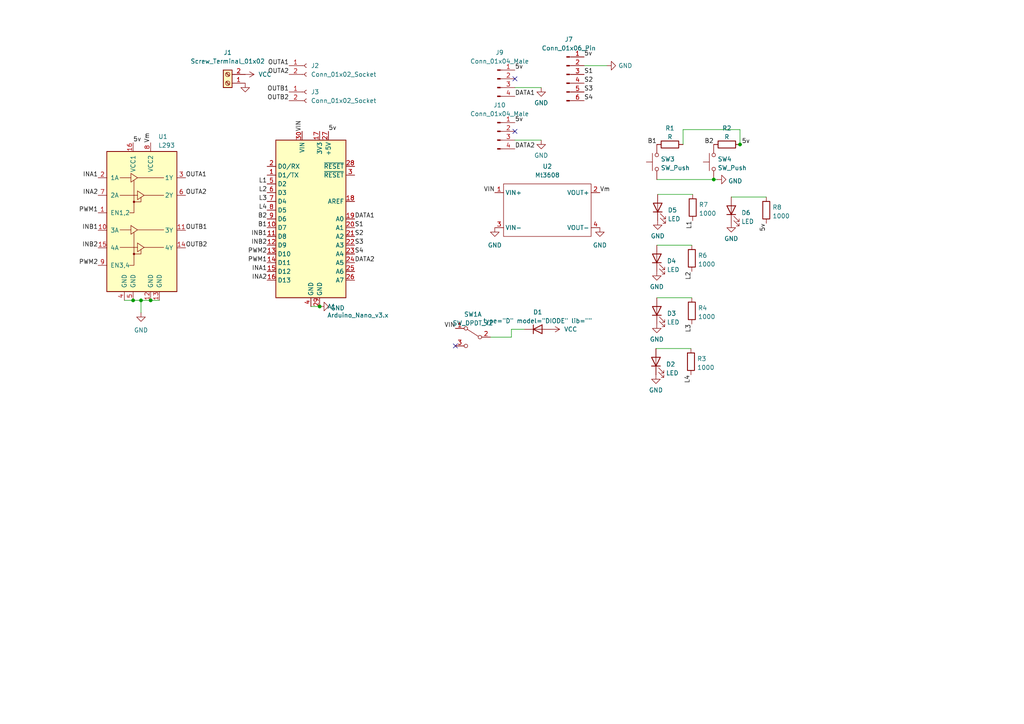
<source format=kicad_sch>
(kicad_sch (version 20230121) (generator eeschema)
  (paper "A4")
  (lib_symbols
    (symbol "Connector:Conn_01x02_Socket" (pin_names (offset 1.016) hide)
      (property "Reference" "J" (at 0 2.54 0))
      (property "Value" "Conn_01x02_Socket" (at 0 -5.08 0))
      (symbol "Conn_01x02_Socket_1_1"
        (arc (start 0 -2.032) (mid -0.5058 -2.54) (end 0 -3.048) (stroke (width 0.1524)))
        (polyline (pts (xy -1.27 -2.54) (xy -0.508 -2.54)) (stroke (width 0.1524)))
        (polyline (pts (xy -1.27 0) (xy -0.508 0)) (stroke (width 0.1524)))
        (arc (start 0 0.508) (mid -0.5058 0) (end 0 -0.508) (stroke (width 0.1524)))
        (pin passive line (at -5.08 0 0) (length 3.81) (name "Pin_1") (number "1"))
        (pin passive line (at -5.08 -2.54 0) (length 3.81) (name "Pin_2") (number "2"))
      )
    )
    (symbol "Connector:Conn_01x04_Male" (pin_names (offset 1.016) hide)
      (property "Reference" "J" (at 0 5.08 0))
      (property "Value" "Conn_01x04_Male" (at 0 -7.62 0))
      (symbol "Conn_01x04_Male_1_1"
        (polyline (pts (xy 1.27 -5.08) (xy 0.8636 -5.08)) (stroke (width 0.1524)))
        (polyline (pts (xy 1.27 -2.54) (xy 0.8636 -2.54)) (stroke (width 0.1524)))
        (polyline (pts (xy 1.27 0) (xy 0.8636 0)) (stroke (width 0.1524)))
        (polyline (pts (xy 1.27 2.54) (xy 0.8636 2.54)) (stroke (width 0.1524)))
        (rectangle (start 0.8636 -4.953) (end 0 -5.207) (stroke (width 0.1524)) (fill (type outline)))
        (rectangle (start 0.8636 -2.413) (end 0 -2.667) (stroke (width 0.1524)) (fill (type outline)))
        (rectangle (start 0.8636 0.127) (end 0 -0.127) (stroke (width 0.1524)) (fill (type outline)))
        (rectangle (start 0.8636 2.667) (end 0 2.413) (stroke (width 0.1524)) (fill (type outline)))
        (pin passive line (at 5.08 2.54 180) (length 3.81) (name "Pin_1") (number "1"))
        (pin passive line (at 5.08 0 180) (length 3.81) (name "Pin_2") (number "2"))
        (pin passive line (at 5.08 -2.54 180) (length 3.81) (name "Pin_3") (number "3"))
        (pin passive line (at 5.08 -5.08 180) (length 3.81) (name "Pin_4") (number "4"))
      )
    )
    (symbol "Connector:Conn_01x06_Pin" (pin_names (offset 1.016) hide)
      (property "Reference" "J" (at 0 7.62 0))
      (property "Value" "Conn_01x06_Pin" (at 0 -10.16 0))
      (symbol "Conn_01x06_Pin_1_1"
        (polyline (pts (xy 1.27 -7.62) (xy 0.8636 -7.62)) (stroke (width 0.1524)))
        (polyline (pts (xy 1.27 -5.08) (xy 0.8636 -5.08)) (stroke (width 0.1524)))
        (polyline (pts (xy 1.27 -2.54) (xy 0.8636 -2.54)) (stroke (width 0.1524)))
        (polyline (pts (xy 1.27 0) (xy 0.8636 0)) (stroke (width 0.1524)))
        (polyline (pts (xy 1.27 2.54) (xy 0.8636 2.54)) (stroke (width 0.1524)))
        (polyline (pts (xy 1.27 5.08) (xy 0.8636 5.08)) (stroke (width 0.1524)))
        (rectangle (start 0.8636 -7.493) (end 0 -7.747) (stroke (width 0.1524)) (fill (type outline)))
        (rectangle (start 0.8636 -4.953) (end 0 -5.207) (stroke (width 0.1524)) (fill (type outline)))
        (rectangle (start 0.8636 -2.413) (end 0 -2.667) (stroke (width 0.1524)) (fill (type outline)))
        (rectangle (start 0.8636 0.127) (end 0 -0.127) (stroke (width 0.1524)) (fill (type outline)))
        (rectangle (start 0.8636 2.667) (end 0 2.413) (stroke (width 0.1524)) (fill (type outline)))
        (rectangle (start 0.8636 5.207) (end 0 4.953) (stroke (width 0.1524)) (fill (type outline)))
        (pin passive line (at 5.08 5.08 180) (length 3.81) (name "Pin_1") (number "1"))
        (pin passive line (at 5.08 2.54 180) (length 3.81) (name "Pin_2") (number "2"))
        (pin passive line (at 5.08 0 180) (length 3.81) (name "Pin_3") (number "3"))
        (pin passive line (at 5.08 -2.54 180) (length 3.81) (name "Pin_4") (number "4"))
        (pin passive line (at 5.08 -5.08 180) (length 3.81) (name "Pin_5") (number "5"))
        (pin passive line (at 5.08 -7.62 180) (length 3.81) (name "Pin_6") (number "6"))
      )
    )
    (symbol "Connector:Screw_Terminal_01x02" (pin_names (offset 1.016) hide)
      (property "Reference" "J" (at 0 2.54 0))
      (property "Value" "Screw_Terminal_01x02" (at 0 -5.08 0))
      (symbol "Screw_Terminal_01x02_1_1"
        (rectangle (start -1.27 1.27) (end 1.27 -3.81) (stroke (width 0.254)) (fill (type background)))
        (circle (center 0 -2.54) (radius 0.635) (stroke (width 0.1524)))
        (polyline (pts (xy -0.5334 -2.2098) (xy 0.3302 -3.048)) (stroke (width 0.1524)))
        (polyline (pts (xy -0.5334 0.3302) (xy 0.3302 -0.508)) (stroke (width 0.1524)))
        (polyline (pts (xy -0.3556 -2.032) (xy 0.508 -2.8702)) (stroke (width 0.1524)))
        (polyline (pts (xy -0.3556 0.508) (xy 0.508 -0.3302)) (stroke (width 0.1524)))
        (circle (center 0 0) (radius 0.635) (stroke (width 0.1524)))
        (pin passive line (at -5.08 0 0) (length 3.81) (name "Pin_1") (number "1"))
        (pin passive line (at -5.08 -2.54 0) (length 3.81) (name "Pin_2") (number "2"))
      )
    )
    (symbol "Device:LED" (pin_numbers hide) (pin_names (offset 1.016) hide)
      (property "Reference" "D" (at 0 2.54 0))
      (property "Value" "LED" (at 0 -2.54 0))
      (symbol "LED_0_1"
        (polyline (pts (xy -1.27 -1.27) (xy -1.27 1.27)) (stroke (width 0.254)))
        (polyline (pts (xy -1.27 0) (xy 1.27 0)))
        (polyline (pts (xy 1.27 -1.27) (xy 1.27 1.27) (xy -1.27 0) (xy 1.27 -1.27)) (stroke (width 0.254)))
        (polyline (pts (xy -3.048 -0.762) (xy -4.572 -2.286) (xy -3.81 -2.286) (xy -4.572 -2.286) (xy -4.572 -1.524)))
        (polyline (pts (xy -1.778 -0.762) (xy -3.302 -2.286) (xy -2.54 -2.286) (xy -3.302 -2.286) (xy -3.302 -1.524)))
      )
      (symbol "LED_1_1"
        (pin passive line (at -3.81 0 0) (length 2.54) (name "K") (number "1"))
        (pin passive line (at 3.81 0 180) (length 2.54) (name "A") (number "2"))
      )
    )
    (symbol "Device:R" (pin_numbers hide) (pin_names (offset 0))
      (property "Reference" "R" (at 2.032 0 90))
      (property "Value" "R" (at 0 0 90))
      (symbol "R_0_1"
        (rectangle (start -1.016 -2.54) (end 1.016 2.54) (stroke (width 0.254)))
      )
      (symbol "R_1_1"
        (pin passive line (at 0 3.81 270) (length 1.27) (name "~") (number "1"))
        (pin passive line (at 0 -3.81 90) (length 1.27) (name "~") (number "2"))
      )
    )
    (symbol "Driver_Motor:L293" (pin_names (offset 1.016))
      (property "Reference" "U" (at -5.08 26.035 0))
      (property "Value" "L293" (at -5.08 24.13 0))
      (symbol "L293_0_1"
        (rectangle (start -10.16 22.86) (end 10.16 -17.78) (stroke (width 0.254)) (fill (type background)))
        (circle (center -2.286 -6.858) (radius 0.254) (fill (type outline)))
        (circle (center -2.286 8.255) (radius 0.254) (fill (type outline)))
        (polyline (pts (xy -6.35 -4.953) (xy -1.27 -4.953)))
        (polyline (pts (xy -6.35 0.127) (xy -3.175 0.127)))
        (polyline (pts (xy -6.35 10.16) (xy -1.27 10.16)))
        (polyline (pts (xy -6.35 15.24) (xy -3.175 15.24)))
        (polyline (pts (xy -1.27 0.127) (xy 6.35 0.127)))
        (polyline (pts (xy -1.27 15.24) (xy 6.35 15.24)))
        (polyline (pts (xy 0.635 -4.953) (xy 6.35 -4.953)))
        (polyline (pts (xy 0.635 10.16) (xy 6.35 10.16)))
        (polyline (pts (xy -2.286 -6.858) (xy -0.254 -6.858) (xy -0.254 -5.588)))
        (polyline (pts (xy -2.286 -0.635) (xy -2.286 -10.16) (xy -3.556 -10.16)))
        (polyline (pts (xy -2.286 8.255) (xy -0.254 8.255) (xy -0.254 9.525)))
        (polyline (pts (xy -2.286 14.478) (xy -2.286 5.08) (xy -3.556 5.08)))
        (polyline (pts (xy -3.175 1.397) (xy -3.175 -1.143) (xy -1.27 0.127) (xy -3.175 1.397)))
        (polyline (pts (xy -3.175 16.51) (xy -3.175 13.97) (xy -1.27 15.24) (xy -3.175 16.51)))
        (polyline (pts (xy -1.27 -3.683) (xy -1.27 -6.223) (xy 0.635 -4.953) (xy -1.27 -3.683)))
        (polyline (pts (xy -1.27 11.43) (xy -1.27 8.89) (xy 0.635 10.16) (xy -1.27 11.43)))
      )
      (symbol "L293_1_1"
        (pin input line (at -12.7 5.08 0) (length 2.54) (name "EN1,2") (number "1"))
        (pin input line (at -12.7 0 0) (length 2.54) (name "3A") (number "10"))
        (pin output line (at 12.7 0 180) (length 2.54) (name "3Y") (number "11"))
        (pin power_in line (at 2.54 -20.32 90) (length 2.54) (name "GND") (number "12"))
        (pin power_in line (at 5.08 -20.32 90) (length 2.54) (name "GND") (number "13"))
        (pin output line (at 12.7 -5.08 180) (length 2.54) (name "4Y") (number "14"))
        (pin input line (at -12.7 -5.08 0) (length 2.54) (name "4A") (number "15"))
        (pin power_in line (at -2.54 25.4 270) (length 2.54) (name "VCC1") (number "16"))
        (pin input line (at -12.7 15.24 0) (length 2.54) (name "1A") (number "2"))
        (pin output line (at 12.7 15.24 180) (length 2.54) (name "1Y") (number "3"))
        (pin power_in line (at -5.08 -20.32 90) (length 2.54) (name "GND") (number "4"))
        (pin power_in line (at -2.54 -20.32 90) (length 2.54) (name "GND") (number "5"))
        (pin output line (at 12.7 10.16 180) (length 2.54) (name "2Y") (number "6"))
        (pin input line (at -12.7 10.16 0) (length 2.54) (name "2A") (number "7"))
        (pin power_in line (at 2.54 25.4 270) (length 2.54) (name "VCC2") (number "8"))
        (pin input line (at -12.7 -10.16 0) (length 2.54) (name "EN3,4") (number "9"))
      )
    )
    (symbol "GND_1" (power) (pin_names (offset 0))
      (property "Value" "GND_1" (at 0 -3.81 0))
      (symbol "GND_1_0_1"
        (polyline (pts (xy 0 0) (xy 0 -1.27) (xy 1.27 -1.27) (xy 0 -2.54) (xy -1.27 -1.27) (xy 0 -1.27)))
      )
      (symbol "GND_1_1_1"
        (pin power_in line (at 0 0 270) (length 0) hide (name "GND") (number "1"))
      )
    )
    (symbol "MCU_Module:Arduino_Nano_v3.x"
      (property "Reference" "A" (at -10.16 23.495 0))
      (property "Value" "Arduino_Nano_v3.x" (at 5.08 -24.13 0))
      (symbol "Arduino_Nano_v3.x_0_1"
        (rectangle (start -10.16 22.86) (end 10.16 -22.86) (stroke (width 0.254)) (fill (type background)))
      )
      (symbol "Arduino_Nano_v3.x_1_1"
        (pin bidirectional line (at -12.7 12.7 0) (length 2.54) (name "D1/TX") (number "1"))
        (pin bidirectional line (at -12.7 -2.54 0) (length 2.54) (name "D7") (number "10"))
        (pin bidirectional line (at -12.7 -5.08 0) (length 2.54) (name "D8") (number "11"))
        (pin bidirectional line (at -12.7 -7.62 0) (length 2.54) (name "D9") (number "12"))
        (pin bidirectional line (at -12.7 -10.16 0) (length 2.54) (name "D10") (number "13"))
        (pin bidirectional line (at -12.7 -12.7 0) (length 2.54) (name "D11") (number "14"))
        (pin bidirectional line (at -12.7 -15.24 0) (length 2.54) (name "D12") (number "15"))
        (pin bidirectional line (at -12.7 -17.78 0) (length 2.54) (name "D13") (number "16"))
        (pin power_out line (at 2.54 25.4 270) (length 2.54) (name "3V3") (number "17"))
        (pin input line (at 12.7 5.08 180) (length 2.54) (name "AREF") (number "18"))
        (pin bidirectional line (at 12.7 0 180) (length 2.54) (name "A0") (number "19"))
        (pin bidirectional line (at -12.7 15.24 0) (length 2.54) (name "D0/RX") (number "2"))
        (pin bidirectional line (at 12.7 -2.54 180) (length 2.54) (name "A1") (number "20"))
        (pin bidirectional line (at 12.7 -5.08 180) (length 2.54) (name "A2") (number "21"))
        (pin bidirectional line (at 12.7 -7.62 180) (length 2.54) (name "A3") (number "22"))
        (pin bidirectional line (at 12.7 -10.16 180) (length 2.54) (name "A4") (number "23"))
        (pin bidirectional line (at 12.7 -12.7 180) (length 2.54) (name "A5") (number "24"))
        (pin bidirectional line (at 12.7 -15.24 180) (length 2.54) (name "A6") (number "25"))
        (pin bidirectional line (at 12.7 -17.78 180) (length 2.54) (name "A7") (number "26"))
        (pin power_out line (at 5.08 25.4 270) (length 2.54) (name "+5V") (number "27"))
        (pin input line (at 12.7 15.24 180) (length 2.54) (name "~{RESET}") (number "28"))
        (pin power_in line (at 2.54 -25.4 90) (length 2.54) (name "GND") (number "29"))
        (pin input line (at 12.7 12.7 180) (length 2.54) (name "~{RESET}") (number "3"))
        (pin power_in line (at -2.54 25.4 270) (length 2.54) (name "VIN") (number "30"))
        (pin power_in line (at 0 -25.4 90) (length 2.54) (name "GND") (number "4"))
        (pin bidirectional line (at -12.7 10.16 0) (length 2.54) (name "D2") (number "5"))
        (pin bidirectional line (at -12.7 7.62 0) (length 2.54) (name "D3") (number "6"))
        (pin bidirectional line (at -12.7 5.08 0) (length 2.54) (name "D4") (number "7"))
        (pin bidirectional line (at -12.7 2.54 0) (length 2.54) (name "D5") (number "8"))
        (pin bidirectional line (at -12.7 0 0) (length 2.54) (name "D6") (number "9"))
      )
    )
    (symbol "Simulation_SPICE:DIODE" (pin_numbers hide) (pin_names (offset 1.016) hide)
      (property "Reference" "D" (at 0 2.54 0))
      (property "Value" "DIODE" (at 0 -2.54 0))
      (symbol "DIODE_0_1"
        (polyline (pts (xy 1.27 0) (xy -1.27 0)))
        (polyline (pts (xy 1.27 1.27) (xy 1.27 -1.27)) (stroke (width 0.254)))
        (polyline (pts (xy -1.27 -1.27) (xy -1.27 1.27) (xy 1.27 0) (xy -1.27 -1.27)) (stroke (width 0.254)))
      )
      (symbol "DIODE_1_1"
        (pin passive line (at -3.81 0 0) (length 2.54) (name "A") (number "1"))
        (pin passive line (at 3.81 0 180) (length 2.54) (name "K") (number "2"))
      )
    )
    (symbol "Switch:SW_DPDT_x2" (pin_names (offset 0) hide)
      (property "Reference" "SW" (at 0 4.318 0))
      (property "Value" "SW_DPDT_x2" (at 0 -5.08 0))
      (symbol "SW_DPDT_x2_0_0"
        (circle (center -2.032 0) (radius 0.508))
        (circle (center 2.032 -2.54) (radius 0.508))
      )
      (symbol "SW_DPDT_x2_0_1"
        (polyline (pts (xy -1.524 0.254) (xy 1.651 2.286)))
        (circle (center 2.032 2.54) (radius 0.508))
      )
      (symbol "SW_DPDT_x2_1_1"
        (pin passive line (at 5.08 2.54 180) (length 2.54) (name "A") (number "1"))
        (pin passive line (at -5.08 0 0) (length 2.54) (name "B") (number "2"))
        (pin passive line (at 5.08 -2.54 180) (length 2.54) (name "C") (number "3"))
      )
      (symbol "SW_DPDT_x2_2_1"
        (pin passive line (at 5.08 2.54 180) (length 2.54) (name "A") (number "4"))
        (pin passive line (at -5.08 0 0) (length 2.54) (name "B") (number "5"))
        (pin passive line (at 5.08 -2.54 180) (length 2.54) (name "C") (number "6"))
      )
    )
    (symbol "Switch:SW_Push" (pin_numbers hide) (pin_names (offset 1.016) hide)
      (property "Reference" "SW" (at 1.27 2.54 0))
      (property "Value" "SW_Push" (at 0 -1.524 0))
      (symbol "SW_Push_0_1"
        (circle (center -2.032 0) (radius 0.508))
        (polyline (pts (xy 0 1.27) (xy 0 3.048)))
        (polyline (pts (xy 2.54 1.27) (xy -2.54 1.27)))
        (circle (center 2.032 0) (radius 0.508))
        (pin passive line (at -5.08 0 0) (length 2.54) (name "1") (number "1"))
        (pin passive line (at 5.08 0 180) (length 2.54) (name "2") (number "2"))
      )
    )
    (symbol "power:GND" (power) (pin_names (offset 0))
      (property "Value" "GND" (at 0 -3.81 0))
      (symbol "GND_0_1"
        (polyline (pts (xy 0 0) (xy 0 -1.27) (xy 1.27 -1.27) (xy 0 -2.54) (xy -1.27 -1.27) (xy 0 -1.27)))
      )
      (symbol "GND_1_1"
        (pin power_in line (at 0 0 270) (length 0) hide (name "GND") (number "1"))
      )
    )
    (symbol "power:VCC" (power) (pin_names (offset 0))
      (property "Value" "VCC" (at 0 3.81 0))
      (symbol "VCC_0_1"
        (polyline (pts (xy -0.762 1.27) (xy 0 2.54)))
        (polyline (pts (xy 0 0) (xy 0 2.54)))
        (polyline (pts (xy 0 2.54) (xy 0.762 1.27)))
      )
      (symbol "VCC_1_1"
        (pin power_in line (at 0 0 90) (length 0) hide (name "VCC") (number "1"))
      )
    )
    (symbol "propios:Mt3608"
      (property "Reference" "U" (at 0 0 0))
      (property "Value" "Mt3608" (at 0 0 0))
      (symbol "Mt3608_0_1"
        (rectangle (start -12.7 -2.54) (end 12.7 -17.78))
      )
      (symbol "Mt3608_1_1"
        (pin input line (at -15.24 -5.08 0) (length 2.54) (name "VIN+") (number "1"))
        (pin input line (at 15.24 -5.08 180) (length 2.54) (name "VOUT+") (number "2"))
        (pin input line (at -15.24 -15.24 0) (length 2.54) (name "VIN-") (number "3"))
        (pin input line (at 15.24 -15.24 180) (length 2.54) (name "VOUT-") (number "4"))
      )
    )
  )
  (junction (at 214.63 41.91))
  (junction (at 207.01 52.07))
  (junction (at 43.688 87.122))
  (junction (at 38.608 87.122))
  (junction (at 92.71 88.9))
  (junction (at 40.894 87.122))
  (no_connect (at 132.08 100.33))
  (no_connect (at 149.352 22.86))
  (no_connect (at 149.352 38.1))
  (wire (pts (xy 38.608 87.122) (xy 40.894 87.122)))
  (wire (pts (xy 190.5 86.36) (xy 200.66 86.36)))
  (wire (pts (xy 148.336 97.79) (xy 142.24 97.79)))
  (wire (pts (xy 190.5 52.07) (xy 207.01 52.07)))
  (wire (pts (xy 148.336 95.504) (xy 148.336 97.79)))
  (wire (pts (xy 214.63 37.592) (xy 214.63 41.91)))
  (wire (pts (xy 156.972 25.4) (xy 149.352 25.4)))
  (wire (pts (xy 156.972 40.64) (xy 149.352 40.64)))
  (wire (pts (xy 212.09 57.15) (xy 222.25 57.15)))
  (wire (pts (xy 152.146 95.504) (xy 148.336 95.504)))
  (wire (pts (xy 90.17 88.9) (xy 92.71 88.9)))
  (wire (pts (xy 198.12 37.592) (xy 214.63 37.592)))
  (wire (pts (xy 198.12 41.91) (xy 198.12 37.592)))
  (wire (pts (xy 190.5 71.12) (xy 200.66 71.12)))
  (wire (pts (xy 176.022 19.05) (xy 169.418 19.05)))
  (wire (pts (xy 190.754 56.388) (xy 200.914 56.388)))
  (wire (pts (xy 36.068 87.122) (xy 38.608 87.122)))
  (wire (pts (xy 43.688 87.122) (xy 46.228 87.122)))
  (wire (pts (xy 190.246 101.092) (xy 200.406 101.092)))
  (wire (pts (xy 215.138 41.91) (xy 214.63 41.91)))
  (wire (pts (xy 40.894 87.122) (xy 43.688 87.122)))
  (wire (pts (xy 207.01 52.07) (xy 208.026 52.07)))
  (wire (pts (xy 40.894 90.678) (xy 40.894 87.122)))
  (label "L2" (at 77.47 55.88 180))
  (label "B1" (at 77.47 66.04 180))
  (label "DATA2" (at 149.352 43.18 0))
  (label "5v" (at 215.138 41.91 0))
  (label "OUTA1" (at 53.848 51.562 0))
  (label "5v" (at 222.25 64.77 270))
  (label "L1" (at 200.914 64.008 270))
  (label "S1" (at 169.418 21.59 0))
  (label "DATA1" (at 102.87 63.5 0))
  (label "B2" (at 207.01 41.91 180))
  (label "S3" (at 102.87 71.12 0))
  (label "L3" (at 77.47 58.42 180))
  (label "5v" (at 38.608 41.402 0))
  (label "5v" (at 149.352 35.56 0))
  (label "PWM2" (at 28.448 76.962 180))
  (label "INA2" (at 28.448 56.642 180))
  (label "INB1" (at 28.448 66.802 180))
  (label "S4" (at 169.418 29.21 0))
  (label "L1" (at 77.47 53.34 180))
  (label "S2" (at 169.418 24.13 0))
  (label "5v" (at 95.25 38.1 0))
  (label "OUTA2" (at 83.82 21.59 180))
  (label "L2" (at 200.66 78.74 270))
  (label "Vm" (at 173.99 55.88 0))
  (label "INA2" (at 77.47 81.28 180))
  (label "B2" (at 77.47 63.5 180))
  (label "PWM2" (at 77.47 73.66 180))
  (label "S4" (at 102.87 73.66 0))
  (label "L3" (at 200.66 93.98 270))
  (label "VIN" (at 143.51 55.88 180))
  (label "INA1" (at 28.448 51.562 180))
  (label "VIN" (at 87.63 38.1 90))
  (label "DATA2" (at 102.87 76.2 0))
  (label "DATA1" (at 149.352 27.94 0))
  (label "S2" (at 102.87 68.58 0))
  (label "OUTB1" (at 53.848 66.802 0))
  (label "INB1" (at 77.47 68.58 180))
  (label "OUTB2" (at 83.82 29.21 180))
  (label "Vm" (at 43.688 41.402 90))
  (label "VIN" (at 132.08 95.25 180))
  (label "S1" (at 102.87 66.04 0))
  (label "5v" (at 169.418 16.51 0))
  (label "INA1" (at 77.47 78.74 180))
  (label "OUTA1" (at 83.82 19.05 180))
  (label "PWM1" (at 28.448 61.722 180))
  (label "5v" (at 149.352 20.32 0))
  (label "S3" (at 169.418 26.67 0))
  (label "OUTA2" (at 53.848 56.642 0))
  (label "L4" (at 77.47 60.96 180))
  (label "INB2" (at 28.448 71.882 180))
  (label "L4" (at 200.406 108.712 270))
  (label "PWM1" (at 77.47 76.2 180))
  (label "OUTB2" (at 53.848 71.882 0))
  (label "OUTB1" (at 83.82 26.67 180))
  (label "INB2" (at 77.47 71.12 180))
  (label "B1" (at 190.5 41.91 180))
  (symbol (lib_id "Device:R") (at 200.66 90.17 0) (unit 1)
    (property "Reference" "R4" (at 202.438 89.3353 0) (effects (justify left)))
    (property "Value" "1000" (at 202.438 91.8722 0) (effects (justify left)))
    (property "Footprint" "Resistor_SMD:R_1206_3216Metric_Pad1.30x1.75mm_HandSolder" (effects hide))
  )
  (symbol (lib_id "propios:Mt3608") (at 158.75 50.8 0) (unit 1)
    (property "Reference" "U2" (at 158.75 48.26 0))
    (property "Value" "Mt3608" (at 158.75 50.8 0))
    (property "Footprint" "propios:MT3608" (effects hide))
  )
  (symbol (lib_id "power:GND") (at 40.894 90.678 0) (unit 1)
    (property "Reference" "#PWR019" (effects hide))
    (property "Value" "GND" (at 40.894 95.758 0))
  )
  (symbol (lib_id "Switch:SW_Push") (at 190.5 46.99 90) (unit 1)
    (property "Reference" "SW3" (at 191.643 46.1553 90) (effects (justify right)))
    (property "Value" "SW_Push" (at 191.643 48.6922 90) (effects (justify right)))
    (property "Footprint" "Button_Switch_THT:SW_PUSH_6mm" (effects hide))
  )
  (symbol (lib_id "power:GND") (at 176.022 19.05 90) (unit 1)
    (property "Reference" "#PWR018" (effects hide))
    (property "Value" "GND" (at 179.324 19.05 90) (effects (justify right)))
  )
  (symbol (lib_id "Device:R") (at 222.25 60.96 0) (unit 1)
    (property "Reference" "R8" (at 224.028 60.1253 0) (effects (justify left)))
    (property "Value" "1000" (at 224.028 62.6622 0) (effects (justify left)))
    (property "Footprint" "Resistor_SMD:R_1206_3216Metric_Pad1.30x1.75mm_HandSolder" (effects hide))
  )
  (symbol (lib_id "Switch:SW_Push") (at 207.01 46.99 90) (unit 1)
    (property "Reference" "SW4" (at 208.153 46.1553 90) (effects (justify right)))
    (property "Value" "SW_Push" (at 208.153 48.6922 90) (effects (justify right)))
    (property "Footprint" "Button_Switch_THT:SW_PUSH_6mm" (effects hide))
  )
  (symbol (lib_id "power:VCC") (at 71.12 21.59 270) (unit 1)
    (property "Reference" "#PWR06" (effects hide))
    (property "Value" "VCC" (at 74.93 21.59 90) (effects (justify left)))
  )
  (symbol (lib_id "Connector:Screw_Terminal_01x02") (at 66.04 24.13 180) (unit 1)
    (property "Reference" "J1" (at 66.04 15.24 0))
    (property "Value" "Screw_Terminal_01x02" (at 66.04 17.78 0))
    (property "Footprint" "Connector_PinSocket_2.54mm:PinSocket_1x02_P2.54mm_Vertical" (effects hide))
  )
  (symbol (lib_id "Switch:SW_DPDT_x2") (at 137.16 97.79 0) (mirror y) (unit 1)
    (property "Reference" "SW1" (at 137.16 91.1692 0))
    (property "Value" "SW_DPDT_x2" (at 137.16 93.7061 0))
    (property "Footprint" "Button_Switch_THT:SW_Slide_1P2T_CK_OS102011MS2Q" (effects hide))
  )
  (symbol (lib_id "Connector:Conn_01x06_Pin") (at 164.338 21.59 0) (unit 1)
    (property "Reference" "J7" (at 164.973 11.43 0))
    (property "Value" "Conn_01x06_Pin" (at 164.973 13.97 0))
    (property "Footprint" "Connector_PinHeader_2.54mm:PinHeader_1x06_P2.54mm_Vertical" (effects hide))
  )
  (symbol (lib_id "Driver_Motor:L293") (at 41.148 66.802 0) (unit 1)
    (property "Reference" "U1" (at 45.8821 39.624 0) (effects (justify left)))
    (property "Value" "L293" (at 45.8821 42.164 0) (effects (justify left)))
    (property "Footprint" "Package_DIP:DIP-16_W7.62mm" (effects hide))
    (property "Datasheet" "http://www.ti.com/lit/ds/symlink/l293.pdf" (effects hide))
  )
  (symbol (lib_id "power:GND") (at 190.754 64.008 0) (unit 1)
    (property "Reference" "#PWR02" (effects hide))
    (property "Value" "GND" (at 190.754 68.4514 0))
  )
  (symbol (lib_id "Connector:Conn_01x02_Socket") (at 88.9 26.67 0) (unit 1)
    (property "Reference" "J3" (at 90.17 26.67 0) (effects (justify left)))
    (property "Value" "Conn_01x02_Socket" (at 90.17 29.21 0) (effects (justify left)))
    (property "Footprint" "Connector_PinSocket_2.54mm:PinSocket_1x02_P2.54mm_Vertical" (effects hide))
  )
  (symbol (lib_id "Simulation_SPICE:DIODE") (at 155.956 95.504 180) (unit 1)
    (property "Reference" "D1" (at 155.956 90.5342 0))
    (property "Value" "${SIM.PARAMS}" (at 155.956 93.0711 0))
    (property "Footprint" "Diode_THT:D_5W_P5.08mm_Vertical_AnodeUp" (effects hide))
    (property "Sim.Device" "SPICE" (effects hide))
    (property "Sim.Params" "type=\"D\" model=\"DIODE\" lib=\"\"" (effects hide))
    (property "Sim.Pins" "1=1 2=2" (effects hide))
  )
  (symbol (lib_id "Connector:Conn_01x04_Male") (at 144.272 22.86 0) (unit 1)
    (property "Reference" "J9" (at 144.907 15.24 0))
    (property "Value" "Conn_01x04_Male" (at 144.907 17.78 0))
    (property "Footprint" "Connector_PinHeader_2.54mm:PinHeader_1x04_P2.54mm_Vertical" (effects hide))
  )
  (symbol (lib_id "power:GND") (at 212.09 64.77 0) (unit 1)
    (property "Reference" "#PWR03" (effects hide))
    (property "Value" "GND" (at 212.09 69.2134 0))
  )
  (symbol (lib_id "Device:R") (at 200.66 74.93 0) (unit 1)
    (property "Reference" "R6" (at 202.438 74.0953 0) (effects (justify left)))
    (property "Value" "1000" (at 202.438 76.6322 0) (effects (justify left)))
    (property "Footprint" "Resistor_SMD:R_1206_3216Metric_Pad1.30x1.75mm_HandSolder" (effects hide))
  )
  (symbol (lib_id "power:GND") (at 156.972 25.4 0) (unit 1)
    (property "Reference" "#PWR011" (effects hide))
    (property "Value" "GND" (at 156.972 29.8434 0))
  )
  (symbol (lib_name "GND_1") (lib_id "power:GND") (at 143.51 66.04 0) (unit 1)
    (property "Reference" "#PWR08" (effects hide))
    (property "Value" "GND" (at 143.51 71.12 0))
  )
  (symbol (lib_id "Device:LED") (at 190.5 90.17 90) (unit 1)
    (property "Reference" "D3" (at 193.421 90.9228 90) (effects (justify right)))
    (property "Value" "LED" (at 193.421 93.4597 90) (effects (justify right)))
    (property "Footprint" "LED_THT:LED_D3.0mm" (effects hide))
  )
  (symbol (lib_id "power:GND") (at 190.246 108.712 0) (unit 1)
    (property "Reference" "#PWR012" (effects hide))
    (property "Value" "GND" (at 190.246 113.1554 0))
  )
  (symbol (lib_id "Device:R") (at 200.406 104.902 0) (unit 1)
    (property "Reference" "R3" (at 202.184 104.0673 0) (effects (justify left)))
    (property "Value" "1000" (at 202.184 106.6042 0) (effects (justify left)))
    (property "Footprint" "Resistor_SMD:R_1206_3216Metric_Pad1.30x1.75mm_HandSolder" (effects hide))
  )
  (symbol (lib_id "Device:LED") (at 190.5 74.93 90) (unit 1)
    (property "Reference" "D4" (at 193.421 75.6828 90) (effects (justify right)))
    (property "Value" "LED" (at 193.421 78.2197 90) (effects (justify right)))
    (property "Footprint" "LED_THT:LED_D3.0mm" (effects hide))
  )
  (symbol (lib_id "power:GND") (at 190.5 78.74 0) (unit 1)
    (property "Reference" "#PWR01" (effects hide))
    (property "Value" "GND" (at 190.5 83.1834 0))
  )
  (symbol (lib_id "Device:LED") (at 190.246 104.902 90) (unit 1)
    (property "Reference" "D2" (at 193.167 105.6548 90) (effects (justify right)))
    (property "Value" "LED" (at 193.167 108.1917 90) (effects (justify right)))
    (property "Footprint" "LED_THT:LED_D3.0mm" (effects hide))
  )
  (symbol (lib_id "power:VCC") (at 159.766 95.504 270) (unit 1)
    (property "Reference" "#PWR010" (effects hide))
    (property "Value" "VCC" (at 163.576 95.504 90) (effects (justify left)))
  )
  (symbol (lib_id "power:GND") (at 190.5 93.98 0) (unit 1)
    (property "Reference" "#PWR017" (effects hide))
    (property "Value" "GND" (at 190.5 98.4234 0))
  )
  (symbol (lib_id "Device:LED") (at 190.754 60.198 90) (unit 1)
    (property "Reference" "D5" (at 193.675 60.9508 90) (effects (justify right)))
    (property "Value" "LED" (at 193.675 63.4877 90) (effects (justify right)))
    (property "Footprint" "LED_THT:LED_D3.0mm" (effects hide))
  )
  (symbol (lib_id "power:GND") (at 208.026 52.07 90) (unit 1)
    (property "Reference" "#PWR04" (effects hide))
    (property "Value" "GND" (at 211.201 52.5038 90) (effects (justify right)))
  )
  (symbol (lib_id "Device:R") (at 194.31 41.91 270) (unit 1)
    (property "Reference" "R1" (at 194.31 37.1942 90))
    (property "Value" "R" (at 194.31 39.7311 90))
    (property "Footprint" "Resistor_SMD:R_1206_3216Metric_Pad1.30x1.75mm_HandSolder" (effects hide))
  )
  (symbol (lib_id "Connector:Conn_01x02_Socket") (at 88.9 19.05 0) (unit 1)
    (property "Reference" "J2" (at 90.17 19.05 0) (effects (justify left)))
    (property "Value" "Conn_01x02_Socket" (at 90.17 21.59 0) (effects (justify left)))
    (property "Footprint" "Connector_PinSocket_2.54mm:PinSocket_1x02_P2.54mm_Vertical" (effects hide))
  )
  (symbol (lib_name "GND_1") (lib_id "power:GND") (at 173.99 66.04 0) (unit 1)
    (property "Reference" "#PWR09" (effects hide))
    (property "Value" "GND" (at 173.99 71.12 0))
  )
  (symbol (lib_id "MCU_Module:Arduino_Nano_v3.x") (at 90.17 63.5 0) (unit 1)
    (property "Reference" "A1" (at 94.9041 88.9 0) (effects (justify left)))
    (property "Value" "Arduino_Nano_v3.x" (at 94.9041 91.44 0) (effects (justify left)))
    (property "Footprint" "Module:Arduino_Nano" (effects hide))
    (property "Datasheet" "http://www.mouser.com/pdfdocs/Gravitech_Arduino_Nano3_0.pdf" (effects hide))
  )
  (symbol (lib_id "Device:R") (at 210.82 41.91 90) (unit 1)
    (property "Reference" "R2" (at 210.82 37.1942 90))
    (property "Value" "R" (at 210.82 39.7311 90))
    (property "Footprint" "Resistor_SMD:R_1206_3216Metric_Pad1.30x1.75mm_HandSolder" (effects hide))
  )
  (symbol (lib_id "Device:R") (at 200.914 60.198 0) (unit 1)
    (property "Reference" "R7" (at 202.692 59.3633 0) (effects (justify left)))
    (property "Value" "1000" (at 202.692 61.9002 0) (effects (justify left)))
    (property "Footprint" "Resistor_SMD:R_1206_3216Metric_Pad1.30x1.75mm_HandSolder" (effects hide))
  )
  (symbol (lib_id "Connector:Conn_01x04_Male") (at 144.272 38.1 0) (unit 1)
    (property "Reference" "J10" (at 144.907 30.48 0))
    (property "Value" "Conn_01x04_Male" (at 144.907 33.02 0))
    (property "Footprint" "Connector_PinHeader_2.54mm:PinHeader_1x04_P2.54mm_Vertical" (effects hide))
  )
  (symbol (lib_id "power:GND") (at 92.71 88.9 90) (unit 1)
    (property "Reference" "#PWR05" (effects hide))
    (property "Value" "GND" (at 95.885 89.3338 90) (effects (justify right)))
  )
  (symbol (lib_id "Device:LED") (at 212.09 60.96 90) (unit 1)
    (property "Reference" "D6" (at 215.011 61.7128 90) (effects (justify right)))
    (property "Value" "LED" (at 215.011 64.2497 90) (effects (justify right)))
    (property "Footprint" "LED_THT:LED_D3.0mm" (effects hide))
  )
  (symbol (lib_name "GND_1") (lib_id "power:GND") (at 71.12 24.13 0) (unit 1)
    (property "Reference" "#PWR07" (effects hide))
    (property "Value" "GND" (effects hide))
  )
  (symbol (lib_id "power:GND") (at 156.972 40.64 0) (unit 1)
    (property "Reference" "#PWR013" (effects hide))
    (property "Value" "GND" (at 156.972 45.0834 0))
  )
)
</source>
